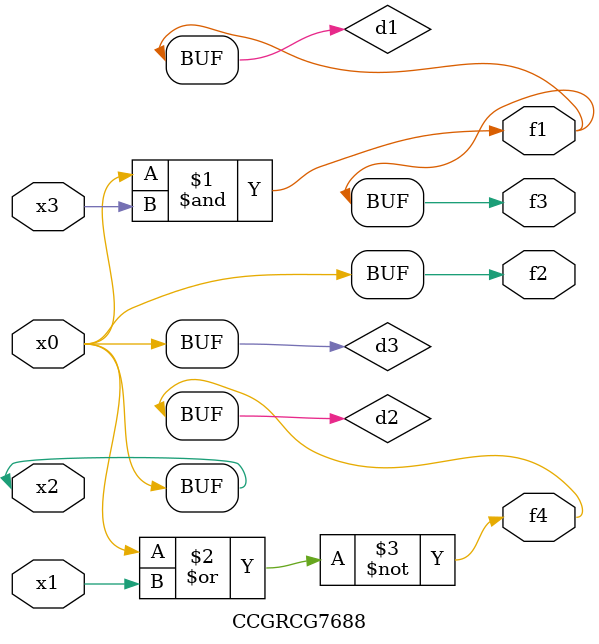
<source format=v>
module CCGRCG7688(
	input x0, x1, x2, x3,
	output f1, f2, f3, f4
);

	wire d1, d2, d3;

	and (d1, x2, x3);
	nor (d2, x0, x1);
	buf (d3, x0, x2);
	assign f1 = d1;
	assign f2 = d3;
	assign f3 = d1;
	assign f4 = d2;
endmodule

</source>
